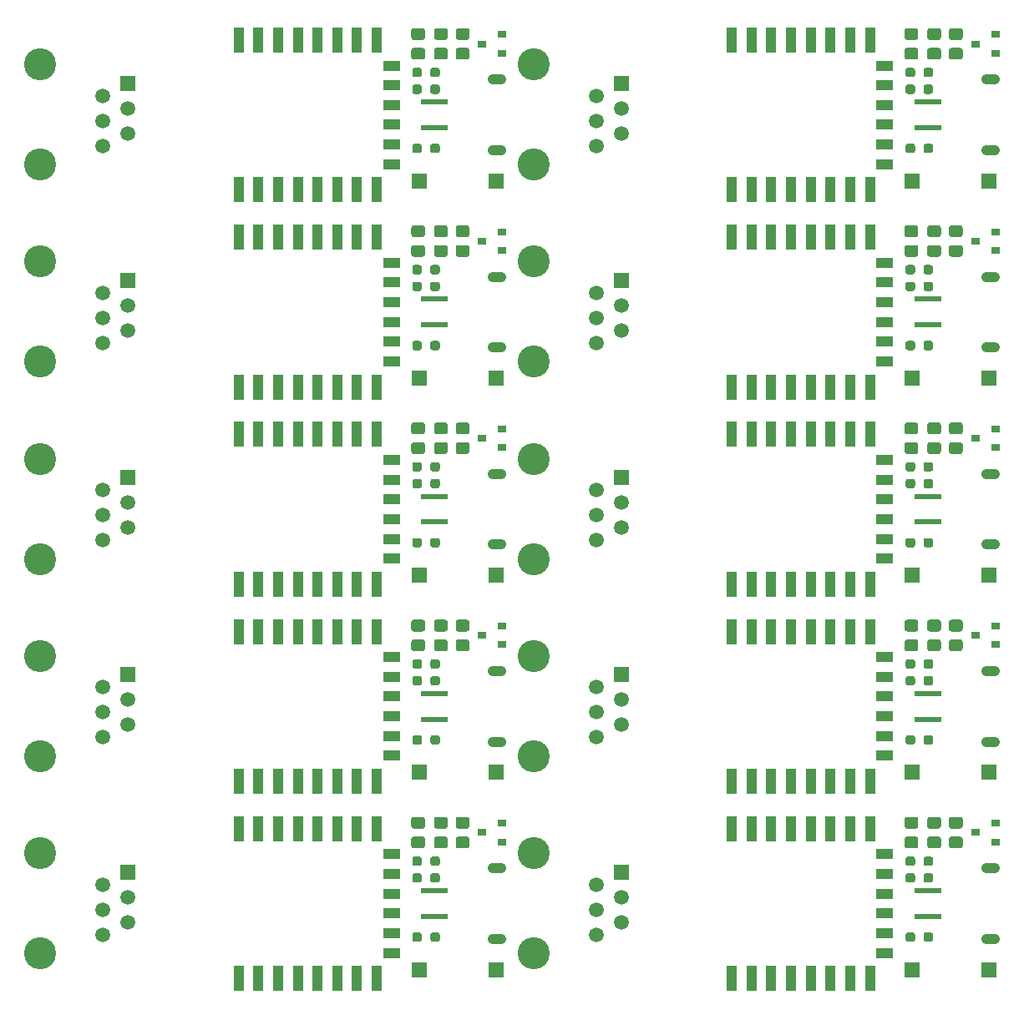
<source format=gbr>
%TF.GenerationSoftware,KiCad,Pcbnew,(5.1.9)-1*%
%TF.CreationDate,2021-12-30T17:23:28+01:00*%
%TF.ProjectId,IM350_AM550_T210_5V_V5.1,494d3335-305f-4414-9d35-35305f543231,rev?*%
%TF.SameCoordinates,Original*%
%TF.FileFunction,Soldermask,Top*%
%TF.FilePolarity,Negative*%
%FSLAX46Y46*%
G04 Gerber Fmt 4.6, Leading zero omitted, Abs format (unit mm)*
G04 Created by KiCad (PCBNEW (5.1.9)-1) date 2021-12-30 17:23:28*
%MOMM*%
%LPD*%
G01*
G04 APERTURE LIST*
%ADD10R,1.520000X1.520000*%
%ADD11C,3.250000*%
%ADD12C,1.520000*%
%ADD13R,0.900000X0.800000*%
%ADD14R,1.000000X2.500000*%
%ADD15R,1.800000X1.000000*%
%ADD16R,1.500000X1.500000*%
%ADD17R,2.800000X0.600000*%
%ADD18O,1.900000X1.050000*%
G04 APERTURE END LIST*
D10*
%TO.C,J2*%
X48400000Y-146800000D03*
D11*
X39510000Y-144890000D03*
D12*
X45860000Y-148070000D03*
X48400000Y-149340000D03*
X45860000Y-150610000D03*
X48400000Y-151880000D03*
X45860000Y-153150000D03*
D11*
X39510000Y-155050000D03*
%TD*%
%TO.C,J2*%
X39510000Y-135050000D03*
D12*
X45860000Y-133150000D03*
X48400000Y-131880000D03*
X45860000Y-130610000D03*
X48400000Y-129340000D03*
X45860000Y-128070000D03*
D11*
X39510000Y-124890000D03*
D10*
X48400000Y-126800000D03*
%TD*%
%TO.C,J2*%
X48400000Y-106800000D03*
D11*
X39510000Y-104890000D03*
D12*
X45860000Y-108070000D03*
X48400000Y-109340000D03*
X45860000Y-110610000D03*
X48400000Y-111880000D03*
X45860000Y-113150000D03*
D11*
X39510000Y-115050000D03*
%TD*%
%TO.C,J2*%
X39510000Y-95050000D03*
D12*
X45860000Y-93150000D03*
X48400000Y-91880000D03*
X45860000Y-90610000D03*
X48400000Y-89340000D03*
X45860000Y-88070000D03*
D11*
X39510000Y-84890000D03*
D10*
X48400000Y-86800000D03*
%TD*%
%TO.C,R1*%
G36*
G01*
X78175000Y-153162500D02*
X78175000Y-153637500D01*
G75*
G02*
X77937500Y-153875000I-237500J0D01*
G01*
X77437500Y-153875000D01*
G75*
G02*
X77200000Y-153637500I0J237500D01*
G01*
X77200000Y-153162500D01*
G75*
G02*
X77437500Y-152925000I237500J0D01*
G01*
X77937500Y-152925000D01*
G75*
G02*
X78175000Y-153162500I0J-237500D01*
G01*
G37*
G36*
G01*
X80000000Y-153162500D02*
X80000000Y-153637500D01*
G75*
G02*
X79762500Y-153875000I-237500J0D01*
G01*
X79262500Y-153875000D01*
G75*
G02*
X79025000Y-153637500I0J237500D01*
G01*
X79025000Y-153162500D01*
G75*
G02*
X79262500Y-152925000I237500J0D01*
G01*
X79762500Y-152925000D01*
G75*
G02*
X80000000Y-153162500I0J-237500D01*
G01*
G37*
%TD*%
%TO.C,R8*%
G36*
G01*
X81849999Y-143200000D02*
X82750001Y-143200000D01*
G75*
G02*
X83000000Y-143449999I0J-249999D01*
G01*
X83000000Y-144150001D01*
G75*
G02*
X82750001Y-144400000I-249999J0D01*
G01*
X81849999Y-144400000D01*
G75*
G02*
X81600000Y-144150001I0J249999D01*
G01*
X81600000Y-143449999D01*
G75*
G02*
X81849999Y-143200000I249999J0D01*
G01*
G37*
G36*
G01*
X81849999Y-141200000D02*
X82750001Y-141200000D01*
G75*
G02*
X83000000Y-141449999I0J-249999D01*
G01*
X83000000Y-142150001D01*
G75*
G02*
X82750001Y-142400000I-249999J0D01*
G01*
X81849999Y-142400000D01*
G75*
G02*
X81600000Y-142150001I0J249999D01*
G01*
X81600000Y-141449999D01*
G75*
G02*
X81849999Y-141200000I249999J0D01*
G01*
G37*
%TD*%
%TO.C,R3*%
G36*
G01*
X78250001Y-144400000D02*
X77349999Y-144400000D01*
G75*
G02*
X77100000Y-144150001I0J249999D01*
G01*
X77100000Y-143449999D01*
G75*
G02*
X77349999Y-143200000I249999J0D01*
G01*
X78250001Y-143200000D01*
G75*
G02*
X78500000Y-143449999I0J-249999D01*
G01*
X78500000Y-144150001D01*
G75*
G02*
X78250001Y-144400000I-249999J0D01*
G01*
G37*
G36*
G01*
X78250001Y-142400000D02*
X77349999Y-142400000D01*
G75*
G02*
X77100000Y-142150001I0J249999D01*
G01*
X77100000Y-141449999D01*
G75*
G02*
X77349999Y-141200000I249999J0D01*
G01*
X78250001Y-141200000D01*
G75*
G02*
X78500000Y-141449999I0J-249999D01*
G01*
X78500000Y-142150001D01*
G75*
G02*
X78250001Y-142400000I-249999J0D01*
G01*
G37*
%TD*%
D13*
%TO.C,Q1*%
X86300000Y-143750000D03*
X86300000Y-141850000D03*
X84300000Y-142800000D03*
%TD*%
D11*
%TO.C,J2*%
X89510000Y-155050000D03*
D12*
X95860000Y-153150000D03*
X98400000Y-151880000D03*
X95860000Y-150610000D03*
X98400000Y-149340000D03*
X95860000Y-148070000D03*
D11*
X89510000Y-144890000D03*
D10*
X98400000Y-146800000D03*
%TD*%
D13*
%TO.C,Q1*%
X134300000Y-142800000D03*
X136300000Y-141850000D03*
X136300000Y-143750000D03*
%TD*%
%TO.C,R3*%
G36*
G01*
X128250001Y-142400000D02*
X127349999Y-142400000D01*
G75*
G02*
X127100000Y-142150001I0J249999D01*
G01*
X127100000Y-141449999D01*
G75*
G02*
X127349999Y-141200000I249999J0D01*
G01*
X128250001Y-141200000D01*
G75*
G02*
X128500000Y-141449999I0J-249999D01*
G01*
X128500000Y-142150001D01*
G75*
G02*
X128250001Y-142400000I-249999J0D01*
G01*
G37*
G36*
G01*
X128250001Y-144400000D02*
X127349999Y-144400000D01*
G75*
G02*
X127100000Y-144150001I0J249999D01*
G01*
X127100000Y-143449999D01*
G75*
G02*
X127349999Y-143200000I249999J0D01*
G01*
X128250001Y-143200000D01*
G75*
G02*
X128500000Y-143449999I0J-249999D01*
G01*
X128500000Y-144150001D01*
G75*
G02*
X128250001Y-144400000I-249999J0D01*
G01*
G37*
%TD*%
D14*
%TO.C,U2*%
X109600000Y-142400000D03*
X111600000Y-142400000D03*
X113600000Y-142400000D03*
X115600000Y-142400000D03*
X117600000Y-142400000D03*
X119600000Y-142400000D03*
X121600000Y-142400000D03*
X123600000Y-142400000D03*
D15*
X125100000Y-145000000D03*
X125100000Y-147000000D03*
X125100000Y-149000000D03*
X125100000Y-151000000D03*
X125100000Y-153000000D03*
X125100000Y-155000000D03*
D14*
X123600000Y-157600000D03*
X121600000Y-157600000D03*
X119600000Y-157600000D03*
X117600000Y-157600000D03*
X115600000Y-157600000D03*
X113600000Y-157600000D03*
X111600000Y-157600000D03*
X109600000Y-157600000D03*
%TD*%
%TO.C,R7*%
G36*
G01*
X127200000Y-147637500D02*
X127200000Y-147162500D01*
G75*
G02*
X127437500Y-146925000I237500J0D01*
G01*
X127937500Y-146925000D01*
G75*
G02*
X128175000Y-147162500I0J-237500D01*
G01*
X128175000Y-147637500D01*
G75*
G02*
X127937500Y-147875000I-237500J0D01*
G01*
X127437500Y-147875000D01*
G75*
G02*
X127200000Y-147637500I0J237500D01*
G01*
G37*
G36*
G01*
X129025000Y-147637500D02*
X129025000Y-147162500D01*
G75*
G02*
X129262500Y-146925000I237500J0D01*
G01*
X129762500Y-146925000D01*
G75*
G02*
X130000000Y-147162500I0J-237500D01*
G01*
X130000000Y-147637500D01*
G75*
G02*
X129762500Y-147875000I-237500J0D01*
G01*
X129262500Y-147875000D01*
G75*
G02*
X129025000Y-147637500I0J237500D01*
G01*
G37*
%TD*%
%TO.C,R9*%
G36*
G01*
X129649999Y-143200000D02*
X130550001Y-143200000D01*
G75*
G02*
X130800000Y-143449999I0J-249999D01*
G01*
X130800000Y-144150001D01*
G75*
G02*
X130550001Y-144400000I-249999J0D01*
G01*
X129649999Y-144400000D01*
G75*
G02*
X129400000Y-144150001I0J249999D01*
G01*
X129400000Y-143449999D01*
G75*
G02*
X129649999Y-143200000I249999J0D01*
G01*
G37*
G36*
G01*
X129649999Y-141200000D02*
X130550001Y-141200000D01*
G75*
G02*
X130800000Y-141449999I0J-249999D01*
G01*
X130800000Y-142150001D01*
G75*
G02*
X130550001Y-142400000I-249999J0D01*
G01*
X129649999Y-142400000D01*
G75*
G02*
X129400000Y-142150001I0J249999D01*
G01*
X129400000Y-141449999D01*
G75*
G02*
X129649999Y-141200000I249999J0D01*
G01*
G37*
%TD*%
%TO.C,R2*%
G36*
G01*
X128175000Y-145462500D02*
X128175000Y-145937500D01*
G75*
G02*
X127937500Y-146175000I-237500J0D01*
G01*
X127437500Y-146175000D01*
G75*
G02*
X127200000Y-145937500I0J237500D01*
G01*
X127200000Y-145462500D01*
G75*
G02*
X127437500Y-145225000I237500J0D01*
G01*
X127937500Y-145225000D01*
G75*
G02*
X128175000Y-145462500I0J-237500D01*
G01*
G37*
G36*
G01*
X130000000Y-145462500D02*
X130000000Y-145937500D01*
G75*
G02*
X129762500Y-146175000I-237500J0D01*
G01*
X129262500Y-146175000D01*
G75*
G02*
X129025000Y-145937500I0J237500D01*
G01*
X129025000Y-145462500D01*
G75*
G02*
X129262500Y-145225000I237500J0D01*
G01*
X129762500Y-145225000D01*
G75*
G02*
X130000000Y-145462500I0J-237500D01*
G01*
G37*
%TD*%
%TO.C,R7*%
G36*
G01*
X79025000Y-147637500D02*
X79025000Y-147162500D01*
G75*
G02*
X79262500Y-146925000I237500J0D01*
G01*
X79762500Y-146925000D01*
G75*
G02*
X80000000Y-147162500I0J-237500D01*
G01*
X80000000Y-147637500D01*
G75*
G02*
X79762500Y-147875000I-237500J0D01*
G01*
X79262500Y-147875000D01*
G75*
G02*
X79025000Y-147637500I0J237500D01*
G01*
G37*
G36*
G01*
X77200000Y-147637500D02*
X77200000Y-147162500D01*
G75*
G02*
X77437500Y-146925000I237500J0D01*
G01*
X77937500Y-146925000D01*
G75*
G02*
X78175000Y-147162500I0J-237500D01*
G01*
X78175000Y-147637500D01*
G75*
G02*
X77937500Y-147875000I-237500J0D01*
G01*
X77437500Y-147875000D01*
G75*
G02*
X77200000Y-147637500I0J237500D01*
G01*
G37*
%TD*%
%TO.C,R2*%
G36*
G01*
X80000000Y-145462500D02*
X80000000Y-145937500D01*
G75*
G02*
X79762500Y-146175000I-237500J0D01*
G01*
X79262500Y-146175000D01*
G75*
G02*
X79025000Y-145937500I0J237500D01*
G01*
X79025000Y-145462500D01*
G75*
G02*
X79262500Y-145225000I237500J0D01*
G01*
X79762500Y-145225000D01*
G75*
G02*
X80000000Y-145462500I0J-237500D01*
G01*
G37*
G36*
G01*
X78175000Y-145462500D02*
X78175000Y-145937500D01*
G75*
G02*
X77937500Y-146175000I-237500J0D01*
G01*
X77437500Y-146175000D01*
G75*
G02*
X77200000Y-145937500I0J237500D01*
G01*
X77200000Y-145462500D01*
G75*
G02*
X77437500Y-145225000I237500J0D01*
G01*
X77937500Y-145225000D01*
G75*
G02*
X78175000Y-145462500I0J-237500D01*
G01*
G37*
%TD*%
%TO.C,U2*%
X59600000Y-157600000D03*
X61600000Y-157600000D03*
X63600000Y-157600000D03*
X65600000Y-157600000D03*
X67600000Y-157600000D03*
X69600000Y-157600000D03*
X71600000Y-157600000D03*
X73600000Y-157600000D03*
D15*
X75100000Y-155000000D03*
X75100000Y-153000000D03*
X75100000Y-151000000D03*
X75100000Y-149000000D03*
X75100000Y-147000000D03*
X75100000Y-145000000D03*
D14*
X73600000Y-142400000D03*
X71600000Y-142400000D03*
X69600000Y-142400000D03*
X67600000Y-142400000D03*
X65600000Y-142400000D03*
X63600000Y-142400000D03*
X61600000Y-142400000D03*
X59600000Y-142400000D03*
%TD*%
%TO.C,R1*%
G36*
G01*
X130000000Y-153162500D02*
X130000000Y-153637500D01*
G75*
G02*
X129762500Y-153875000I-237500J0D01*
G01*
X129262500Y-153875000D01*
G75*
G02*
X129025000Y-153637500I0J237500D01*
G01*
X129025000Y-153162500D01*
G75*
G02*
X129262500Y-152925000I237500J0D01*
G01*
X129762500Y-152925000D01*
G75*
G02*
X130000000Y-153162500I0J-237500D01*
G01*
G37*
G36*
G01*
X128175000Y-153162500D02*
X128175000Y-153637500D01*
G75*
G02*
X127937500Y-153875000I-237500J0D01*
G01*
X127437500Y-153875000D01*
G75*
G02*
X127200000Y-153637500I0J237500D01*
G01*
X127200000Y-153162500D01*
G75*
G02*
X127437500Y-152925000I237500J0D01*
G01*
X127937500Y-152925000D01*
G75*
G02*
X128175000Y-153162500I0J-237500D01*
G01*
G37*
%TD*%
D16*
%TO.C,SW1*%
X127900000Y-156700000D03*
X135700000Y-156700000D03*
%TD*%
D17*
%TO.C,J1*%
X129450000Y-151300000D03*
X129450000Y-148700000D03*
D18*
X135800000Y-153575000D03*
X135800000Y-146425000D03*
%TD*%
%TO.C,R9*%
G36*
G01*
X79649999Y-141200000D02*
X80550001Y-141200000D01*
G75*
G02*
X80800000Y-141449999I0J-249999D01*
G01*
X80800000Y-142150001D01*
G75*
G02*
X80550001Y-142400000I-249999J0D01*
G01*
X79649999Y-142400000D01*
G75*
G02*
X79400000Y-142150001I0J249999D01*
G01*
X79400000Y-141449999D01*
G75*
G02*
X79649999Y-141200000I249999J0D01*
G01*
G37*
G36*
G01*
X79649999Y-143200000D02*
X80550001Y-143200000D01*
G75*
G02*
X80800000Y-143449999I0J-249999D01*
G01*
X80800000Y-144150001D01*
G75*
G02*
X80550001Y-144400000I-249999J0D01*
G01*
X79649999Y-144400000D01*
G75*
G02*
X79400000Y-144150001I0J249999D01*
G01*
X79400000Y-143449999D01*
G75*
G02*
X79649999Y-143200000I249999J0D01*
G01*
G37*
%TD*%
%TO.C,R8*%
G36*
G01*
X131849999Y-141200000D02*
X132750001Y-141200000D01*
G75*
G02*
X133000000Y-141449999I0J-249999D01*
G01*
X133000000Y-142150001D01*
G75*
G02*
X132750001Y-142400000I-249999J0D01*
G01*
X131849999Y-142400000D01*
G75*
G02*
X131600000Y-142150001I0J249999D01*
G01*
X131600000Y-141449999D01*
G75*
G02*
X131849999Y-141200000I249999J0D01*
G01*
G37*
G36*
G01*
X131849999Y-143200000D02*
X132750001Y-143200000D01*
G75*
G02*
X133000000Y-143449999I0J-249999D01*
G01*
X133000000Y-144150001D01*
G75*
G02*
X132750001Y-144400000I-249999J0D01*
G01*
X131849999Y-144400000D01*
G75*
G02*
X131600000Y-144150001I0J249999D01*
G01*
X131600000Y-143449999D01*
G75*
G02*
X131849999Y-143200000I249999J0D01*
G01*
G37*
%TD*%
%TO.C,J1*%
X85800000Y-146425000D03*
X85800000Y-153575000D03*
D17*
X79450000Y-148700000D03*
X79450000Y-151300000D03*
%TD*%
D16*
%TO.C,SW1*%
X85700000Y-156700000D03*
X77900000Y-156700000D03*
%TD*%
D13*
%TO.C,Q1*%
X136300000Y-123750000D03*
X136300000Y-121850000D03*
X134300000Y-122800000D03*
%TD*%
%TO.C,R3*%
G36*
G01*
X128250001Y-124400000D02*
X127349999Y-124400000D01*
G75*
G02*
X127100000Y-124150001I0J249999D01*
G01*
X127100000Y-123449999D01*
G75*
G02*
X127349999Y-123200000I249999J0D01*
G01*
X128250001Y-123200000D01*
G75*
G02*
X128500000Y-123449999I0J-249999D01*
G01*
X128500000Y-124150001D01*
G75*
G02*
X128250001Y-124400000I-249999J0D01*
G01*
G37*
G36*
G01*
X128250001Y-122400000D02*
X127349999Y-122400000D01*
G75*
G02*
X127100000Y-122150001I0J249999D01*
G01*
X127100000Y-121449999D01*
G75*
G02*
X127349999Y-121200000I249999J0D01*
G01*
X128250001Y-121200000D01*
G75*
G02*
X128500000Y-121449999I0J-249999D01*
G01*
X128500000Y-122150001D01*
G75*
G02*
X128250001Y-122400000I-249999J0D01*
G01*
G37*
%TD*%
D10*
%TO.C,J2*%
X98400000Y-126800000D03*
D11*
X89510000Y-124890000D03*
D12*
X95860000Y-128070000D03*
X98400000Y-129340000D03*
X95860000Y-130610000D03*
X98400000Y-131880000D03*
X95860000Y-133150000D03*
D11*
X89510000Y-135050000D03*
%TD*%
%TO.C,R9*%
G36*
G01*
X79649999Y-123200000D02*
X80550001Y-123200000D01*
G75*
G02*
X80800000Y-123449999I0J-249999D01*
G01*
X80800000Y-124150001D01*
G75*
G02*
X80550001Y-124400000I-249999J0D01*
G01*
X79649999Y-124400000D01*
G75*
G02*
X79400000Y-124150001I0J249999D01*
G01*
X79400000Y-123449999D01*
G75*
G02*
X79649999Y-123200000I249999J0D01*
G01*
G37*
G36*
G01*
X79649999Y-121200000D02*
X80550001Y-121200000D01*
G75*
G02*
X80800000Y-121449999I0J-249999D01*
G01*
X80800000Y-122150001D01*
G75*
G02*
X80550001Y-122400000I-249999J0D01*
G01*
X79649999Y-122400000D01*
G75*
G02*
X79400000Y-122150001I0J249999D01*
G01*
X79400000Y-121449999D01*
G75*
G02*
X79649999Y-121200000I249999J0D01*
G01*
G37*
%TD*%
D16*
%TO.C,SW1*%
X135700000Y-136700000D03*
X127900000Y-136700000D03*
%TD*%
%TO.C,R7*%
G36*
G01*
X129025000Y-127637500D02*
X129025000Y-127162500D01*
G75*
G02*
X129262500Y-126925000I237500J0D01*
G01*
X129762500Y-126925000D01*
G75*
G02*
X130000000Y-127162500I0J-237500D01*
G01*
X130000000Y-127637500D01*
G75*
G02*
X129762500Y-127875000I-237500J0D01*
G01*
X129262500Y-127875000D01*
G75*
G02*
X129025000Y-127637500I0J237500D01*
G01*
G37*
G36*
G01*
X127200000Y-127637500D02*
X127200000Y-127162500D01*
G75*
G02*
X127437500Y-126925000I237500J0D01*
G01*
X127937500Y-126925000D01*
G75*
G02*
X128175000Y-127162500I0J-237500D01*
G01*
X128175000Y-127637500D01*
G75*
G02*
X127937500Y-127875000I-237500J0D01*
G01*
X127437500Y-127875000D01*
G75*
G02*
X127200000Y-127637500I0J237500D01*
G01*
G37*
%TD*%
%TO.C,R2*%
G36*
G01*
X130000000Y-125462500D02*
X130000000Y-125937500D01*
G75*
G02*
X129762500Y-126175000I-237500J0D01*
G01*
X129262500Y-126175000D01*
G75*
G02*
X129025000Y-125937500I0J237500D01*
G01*
X129025000Y-125462500D01*
G75*
G02*
X129262500Y-125225000I237500J0D01*
G01*
X129762500Y-125225000D01*
G75*
G02*
X130000000Y-125462500I0J-237500D01*
G01*
G37*
G36*
G01*
X128175000Y-125462500D02*
X128175000Y-125937500D01*
G75*
G02*
X127937500Y-126175000I-237500J0D01*
G01*
X127437500Y-126175000D01*
G75*
G02*
X127200000Y-125937500I0J237500D01*
G01*
X127200000Y-125462500D01*
G75*
G02*
X127437500Y-125225000I237500J0D01*
G01*
X127937500Y-125225000D01*
G75*
G02*
X128175000Y-125462500I0J-237500D01*
G01*
G37*
%TD*%
%TO.C,R1*%
G36*
G01*
X128175000Y-133162500D02*
X128175000Y-133637500D01*
G75*
G02*
X127937500Y-133875000I-237500J0D01*
G01*
X127437500Y-133875000D01*
G75*
G02*
X127200000Y-133637500I0J237500D01*
G01*
X127200000Y-133162500D01*
G75*
G02*
X127437500Y-132925000I237500J0D01*
G01*
X127937500Y-132925000D01*
G75*
G02*
X128175000Y-133162500I0J-237500D01*
G01*
G37*
G36*
G01*
X130000000Y-133162500D02*
X130000000Y-133637500D01*
G75*
G02*
X129762500Y-133875000I-237500J0D01*
G01*
X129262500Y-133875000D01*
G75*
G02*
X129025000Y-133637500I0J237500D01*
G01*
X129025000Y-133162500D01*
G75*
G02*
X129262500Y-132925000I237500J0D01*
G01*
X129762500Y-132925000D01*
G75*
G02*
X130000000Y-133162500I0J-237500D01*
G01*
G37*
%TD*%
D18*
%TO.C,J1*%
X135800000Y-126425000D03*
X135800000Y-133575000D03*
D17*
X129450000Y-128700000D03*
X129450000Y-131300000D03*
%TD*%
%TO.C,R9*%
G36*
G01*
X129649999Y-121200000D02*
X130550001Y-121200000D01*
G75*
G02*
X130800000Y-121449999I0J-249999D01*
G01*
X130800000Y-122150001D01*
G75*
G02*
X130550001Y-122400000I-249999J0D01*
G01*
X129649999Y-122400000D01*
G75*
G02*
X129400000Y-122150001I0J249999D01*
G01*
X129400000Y-121449999D01*
G75*
G02*
X129649999Y-121200000I249999J0D01*
G01*
G37*
G36*
G01*
X129649999Y-123200000D02*
X130550001Y-123200000D01*
G75*
G02*
X130800000Y-123449999I0J-249999D01*
G01*
X130800000Y-124150001D01*
G75*
G02*
X130550001Y-124400000I-249999J0D01*
G01*
X129649999Y-124400000D01*
G75*
G02*
X129400000Y-124150001I0J249999D01*
G01*
X129400000Y-123449999D01*
G75*
G02*
X129649999Y-123200000I249999J0D01*
G01*
G37*
%TD*%
D14*
%TO.C,U2*%
X109600000Y-137600000D03*
X111600000Y-137600000D03*
X113600000Y-137600000D03*
X115600000Y-137600000D03*
X117600000Y-137600000D03*
X119600000Y-137600000D03*
X121600000Y-137600000D03*
X123600000Y-137600000D03*
D15*
X125100000Y-135000000D03*
X125100000Y-133000000D03*
X125100000Y-131000000D03*
X125100000Y-129000000D03*
X125100000Y-127000000D03*
X125100000Y-125000000D03*
D14*
X123600000Y-122400000D03*
X121600000Y-122400000D03*
X119600000Y-122400000D03*
X117600000Y-122400000D03*
X115600000Y-122400000D03*
X113600000Y-122400000D03*
X111600000Y-122400000D03*
X109600000Y-122400000D03*
%TD*%
%TO.C,R8*%
G36*
G01*
X131849999Y-123200000D02*
X132750001Y-123200000D01*
G75*
G02*
X133000000Y-123449999I0J-249999D01*
G01*
X133000000Y-124150001D01*
G75*
G02*
X132750001Y-124400000I-249999J0D01*
G01*
X131849999Y-124400000D01*
G75*
G02*
X131600000Y-124150001I0J249999D01*
G01*
X131600000Y-123449999D01*
G75*
G02*
X131849999Y-123200000I249999J0D01*
G01*
G37*
G36*
G01*
X131849999Y-121200000D02*
X132750001Y-121200000D01*
G75*
G02*
X133000000Y-121449999I0J-249999D01*
G01*
X133000000Y-122150001D01*
G75*
G02*
X132750001Y-122400000I-249999J0D01*
G01*
X131849999Y-122400000D01*
G75*
G02*
X131600000Y-122150001I0J249999D01*
G01*
X131600000Y-121449999D01*
G75*
G02*
X131849999Y-121200000I249999J0D01*
G01*
G37*
%TD*%
%TO.C,R7*%
G36*
G01*
X77200000Y-127637500D02*
X77200000Y-127162500D01*
G75*
G02*
X77437500Y-126925000I237500J0D01*
G01*
X77937500Y-126925000D01*
G75*
G02*
X78175000Y-127162500I0J-237500D01*
G01*
X78175000Y-127637500D01*
G75*
G02*
X77937500Y-127875000I-237500J0D01*
G01*
X77437500Y-127875000D01*
G75*
G02*
X77200000Y-127637500I0J237500D01*
G01*
G37*
G36*
G01*
X79025000Y-127637500D02*
X79025000Y-127162500D01*
G75*
G02*
X79262500Y-126925000I237500J0D01*
G01*
X79762500Y-126925000D01*
G75*
G02*
X80000000Y-127162500I0J-237500D01*
G01*
X80000000Y-127637500D01*
G75*
G02*
X79762500Y-127875000I-237500J0D01*
G01*
X79262500Y-127875000D01*
G75*
G02*
X79025000Y-127637500I0J237500D01*
G01*
G37*
%TD*%
%TO.C,U2*%
X59600000Y-122400000D03*
X61600000Y-122400000D03*
X63600000Y-122400000D03*
X65600000Y-122400000D03*
X67600000Y-122400000D03*
X69600000Y-122400000D03*
X71600000Y-122400000D03*
X73600000Y-122400000D03*
D15*
X75100000Y-125000000D03*
X75100000Y-127000000D03*
X75100000Y-129000000D03*
X75100000Y-131000000D03*
X75100000Y-133000000D03*
X75100000Y-135000000D03*
D14*
X73600000Y-137600000D03*
X71600000Y-137600000D03*
X69600000Y-137600000D03*
X67600000Y-137600000D03*
X65600000Y-137600000D03*
X63600000Y-137600000D03*
X61600000Y-137600000D03*
X59600000Y-137600000D03*
%TD*%
%TO.C,R2*%
G36*
G01*
X78175000Y-125462500D02*
X78175000Y-125937500D01*
G75*
G02*
X77937500Y-126175000I-237500J0D01*
G01*
X77437500Y-126175000D01*
G75*
G02*
X77200000Y-125937500I0J237500D01*
G01*
X77200000Y-125462500D01*
G75*
G02*
X77437500Y-125225000I237500J0D01*
G01*
X77937500Y-125225000D01*
G75*
G02*
X78175000Y-125462500I0J-237500D01*
G01*
G37*
G36*
G01*
X80000000Y-125462500D02*
X80000000Y-125937500D01*
G75*
G02*
X79762500Y-126175000I-237500J0D01*
G01*
X79262500Y-126175000D01*
G75*
G02*
X79025000Y-125937500I0J237500D01*
G01*
X79025000Y-125462500D01*
G75*
G02*
X79262500Y-125225000I237500J0D01*
G01*
X79762500Y-125225000D01*
G75*
G02*
X80000000Y-125462500I0J-237500D01*
G01*
G37*
%TD*%
D16*
%TO.C,SW1*%
X77900000Y-136700000D03*
X85700000Y-136700000D03*
%TD*%
D17*
%TO.C,J1*%
X79450000Y-131300000D03*
X79450000Y-128700000D03*
D18*
X85800000Y-133575000D03*
X85800000Y-126425000D03*
%TD*%
%TO.C,R8*%
G36*
G01*
X81849999Y-121200000D02*
X82750001Y-121200000D01*
G75*
G02*
X83000000Y-121449999I0J-249999D01*
G01*
X83000000Y-122150001D01*
G75*
G02*
X82750001Y-122400000I-249999J0D01*
G01*
X81849999Y-122400000D01*
G75*
G02*
X81600000Y-122150001I0J249999D01*
G01*
X81600000Y-121449999D01*
G75*
G02*
X81849999Y-121200000I249999J0D01*
G01*
G37*
G36*
G01*
X81849999Y-123200000D02*
X82750001Y-123200000D01*
G75*
G02*
X83000000Y-123449999I0J-249999D01*
G01*
X83000000Y-124150001D01*
G75*
G02*
X82750001Y-124400000I-249999J0D01*
G01*
X81849999Y-124400000D01*
G75*
G02*
X81600000Y-124150001I0J249999D01*
G01*
X81600000Y-123449999D01*
G75*
G02*
X81849999Y-123200000I249999J0D01*
G01*
G37*
%TD*%
%TO.C,R1*%
G36*
G01*
X80000000Y-133162500D02*
X80000000Y-133637500D01*
G75*
G02*
X79762500Y-133875000I-237500J0D01*
G01*
X79262500Y-133875000D01*
G75*
G02*
X79025000Y-133637500I0J237500D01*
G01*
X79025000Y-133162500D01*
G75*
G02*
X79262500Y-132925000I237500J0D01*
G01*
X79762500Y-132925000D01*
G75*
G02*
X80000000Y-133162500I0J-237500D01*
G01*
G37*
G36*
G01*
X78175000Y-133162500D02*
X78175000Y-133637500D01*
G75*
G02*
X77937500Y-133875000I-237500J0D01*
G01*
X77437500Y-133875000D01*
G75*
G02*
X77200000Y-133637500I0J237500D01*
G01*
X77200000Y-133162500D01*
G75*
G02*
X77437500Y-132925000I237500J0D01*
G01*
X77937500Y-132925000D01*
G75*
G02*
X78175000Y-133162500I0J-237500D01*
G01*
G37*
%TD*%
%TO.C,R3*%
G36*
G01*
X78250001Y-122400000D02*
X77349999Y-122400000D01*
G75*
G02*
X77100000Y-122150001I0J249999D01*
G01*
X77100000Y-121449999D01*
G75*
G02*
X77349999Y-121200000I249999J0D01*
G01*
X78250001Y-121200000D01*
G75*
G02*
X78500000Y-121449999I0J-249999D01*
G01*
X78500000Y-122150001D01*
G75*
G02*
X78250001Y-122400000I-249999J0D01*
G01*
G37*
G36*
G01*
X78250001Y-124400000D02*
X77349999Y-124400000D01*
G75*
G02*
X77100000Y-124150001I0J249999D01*
G01*
X77100000Y-123449999D01*
G75*
G02*
X77349999Y-123200000I249999J0D01*
G01*
X78250001Y-123200000D01*
G75*
G02*
X78500000Y-123449999I0J-249999D01*
G01*
X78500000Y-124150001D01*
G75*
G02*
X78250001Y-124400000I-249999J0D01*
G01*
G37*
%TD*%
D13*
%TO.C,Q1*%
X84300000Y-122800000D03*
X86300000Y-121850000D03*
X86300000Y-123750000D03*
%TD*%
%TO.C,R2*%
G36*
G01*
X80000000Y-105462500D02*
X80000000Y-105937500D01*
G75*
G02*
X79762500Y-106175000I-237500J0D01*
G01*
X79262500Y-106175000D01*
G75*
G02*
X79025000Y-105937500I0J237500D01*
G01*
X79025000Y-105462500D01*
G75*
G02*
X79262500Y-105225000I237500J0D01*
G01*
X79762500Y-105225000D01*
G75*
G02*
X80000000Y-105462500I0J-237500D01*
G01*
G37*
G36*
G01*
X78175000Y-105462500D02*
X78175000Y-105937500D01*
G75*
G02*
X77937500Y-106175000I-237500J0D01*
G01*
X77437500Y-106175000D01*
G75*
G02*
X77200000Y-105937500I0J237500D01*
G01*
X77200000Y-105462500D01*
G75*
G02*
X77437500Y-105225000I237500J0D01*
G01*
X77937500Y-105225000D01*
G75*
G02*
X78175000Y-105462500I0J-237500D01*
G01*
G37*
%TD*%
D16*
%TO.C,SW1*%
X85700000Y-116700000D03*
X77900000Y-116700000D03*
%TD*%
D18*
%TO.C,J1*%
X85800000Y-106425000D03*
X85800000Y-113575000D03*
D17*
X79450000Y-108700000D03*
X79450000Y-111300000D03*
%TD*%
%TO.C,R8*%
G36*
G01*
X81849999Y-103200000D02*
X82750001Y-103200000D01*
G75*
G02*
X83000000Y-103449999I0J-249999D01*
G01*
X83000000Y-104150001D01*
G75*
G02*
X82750001Y-104400000I-249999J0D01*
G01*
X81849999Y-104400000D01*
G75*
G02*
X81600000Y-104150001I0J249999D01*
G01*
X81600000Y-103449999D01*
G75*
G02*
X81849999Y-103200000I249999J0D01*
G01*
G37*
G36*
G01*
X81849999Y-101200000D02*
X82750001Y-101200000D01*
G75*
G02*
X83000000Y-101449999I0J-249999D01*
G01*
X83000000Y-102150001D01*
G75*
G02*
X82750001Y-102400000I-249999J0D01*
G01*
X81849999Y-102400000D01*
G75*
G02*
X81600000Y-102150001I0J249999D01*
G01*
X81600000Y-101449999D01*
G75*
G02*
X81849999Y-101200000I249999J0D01*
G01*
G37*
%TD*%
%TO.C,R7*%
G36*
G01*
X79025000Y-107637500D02*
X79025000Y-107162500D01*
G75*
G02*
X79262500Y-106925000I237500J0D01*
G01*
X79762500Y-106925000D01*
G75*
G02*
X80000000Y-107162500I0J-237500D01*
G01*
X80000000Y-107637500D01*
G75*
G02*
X79762500Y-107875000I-237500J0D01*
G01*
X79262500Y-107875000D01*
G75*
G02*
X79025000Y-107637500I0J237500D01*
G01*
G37*
G36*
G01*
X77200000Y-107637500D02*
X77200000Y-107162500D01*
G75*
G02*
X77437500Y-106925000I237500J0D01*
G01*
X77937500Y-106925000D01*
G75*
G02*
X78175000Y-107162500I0J-237500D01*
G01*
X78175000Y-107637500D01*
G75*
G02*
X77937500Y-107875000I-237500J0D01*
G01*
X77437500Y-107875000D01*
G75*
G02*
X77200000Y-107637500I0J237500D01*
G01*
G37*
%TD*%
D14*
%TO.C,U2*%
X59600000Y-117600000D03*
X61600000Y-117600000D03*
X63600000Y-117600000D03*
X65600000Y-117600000D03*
X67600000Y-117600000D03*
X69600000Y-117600000D03*
X71600000Y-117600000D03*
X73600000Y-117600000D03*
D15*
X75100000Y-115000000D03*
X75100000Y-113000000D03*
X75100000Y-111000000D03*
X75100000Y-109000000D03*
X75100000Y-107000000D03*
X75100000Y-105000000D03*
D14*
X73600000Y-102400000D03*
X71600000Y-102400000D03*
X69600000Y-102400000D03*
X67600000Y-102400000D03*
X65600000Y-102400000D03*
X63600000Y-102400000D03*
X61600000Y-102400000D03*
X59600000Y-102400000D03*
%TD*%
%TO.C,R1*%
G36*
G01*
X78175000Y-113162500D02*
X78175000Y-113637500D01*
G75*
G02*
X77937500Y-113875000I-237500J0D01*
G01*
X77437500Y-113875000D01*
G75*
G02*
X77200000Y-113637500I0J237500D01*
G01*
X77200000Y-113162500D01*
G75*
G02*
X77437500Y-112925000I237500J0D01*
G01*
X77937500Y-112925000D01*
G75*
G02*
X78175000Y-113162500I0J-237500D01*
G01*
G37*
G36*
G01*
X80000000Y-113162500D02*
X80000000Y-113637500D01*
G75*
G02*
X79762500Y-113875000I-237500J0D01*
G01*
X79262500Y-113875000D01*
G75*
G02*
X79025000Y-113637500I0J237500D01*
G01*
X79025000Y-113162500D01*
G75*
G02*
X79262500Y-112925000I237500J0D01*
G01*
X79762500Y-112925000D01*
G75*
G02*
X80000000Y-113162500I0J-237500D01*
G01*
G37*
%TD*%
%TO.C,R3*%
G36*
G01*
X78250001Y-104400000D02*
X77349999Y-104400000D01*
G75*
G02*
X77100000Y-104150001I0J249999D01*
G01*
X77100000Y-103449999D01*
G75*
G02*
X77349999Y-103200000I249999J0D01*
G01*
X78250001Y-103200000D01*
G75*
G02*
X78500000Y-103449999I0J-249999D01*
G01*
X78500000Y-104150001D01*
G75*
G02*
X78250001Y-104400000I-249999J0D01*
G01*
G37*
G36*
G01*
X78250001Y-102400000D02*
X77349999Y-102400000D01*
G75*
G02*
X77100000Y-102150001I0J249999D01*
G01*
X77100000Y-101449999D01*
G75*
G02*
X77349999Y-101200000I249999J0D01*
G01*
X78250001Y-101200000D01*
G75*
G02*
X78500000Y-101449999I0J-249999D01*
G01*
X78500000Y-102150001D01*
G75*
G02*
X78250001Y-102400000I-249999J0D01*
G01*
G37*
%TD*%
D13*
%TO.C,Q1*%
X86300000Y-103750000D03*
X86300000Y-101850000D03*
X84300000Y-102800000D03*
%TD*%
%TO.C,R9*%
G36*
G01*
X79649999Y-101200000D02*
X80550001Y-101200000D01*
G75*
G02*
X80800000Y-101449999I0J-249999D01*
G01*
X80800000Y-102150001D01*
G75*
G02*
X80550001Y-102400000I-249999J0D01*
G01*
X79649999Y-102400000D01*
G75*
G02*
X79400000Y-102150001I0J249999D01*
G01*
X79400000Y-101449999D01*
G75*
G02*
X79649999Y-101200000I249999J0D01*
G01*
G37*
G36*
G01*
X79649999Y-103200000D02*
X80550001Y-103200000D01*
G75*
G02*
X80800000Y-103449999I0J-249999D01*
G01*
X80800000Y-104150001D01*
G75*
G02*
X80550001Y-104400000I-249999J0D01*
G01*
X79649999Y-104400000D01*
G75*
G02*
X79400000Y-104150001I0J249999D01*
G01*
X79400000Y-103449999D01*
G75*
G02*
X79649999Y-103200000I249999J0D01*
G01*
G37*
%TD*%
%TO.C,R3*%
G36*
G01*
X128250001Y-102400000D02*
X127349999Y-102400000D01*
G75*
G02*
X127100000Y-102150001I0J249999D01*
G01*
X127100000Y-101449999D01*
G75*
G02*
X127349999Y-101200000I249999J0D01*
G01*
X128250001Y-101200000D01*
G75*
G02*
X128500000Y-101449999I0J-249999D01*
G01*
X128500000Y-102150001D01*
G75*
G02*
X128250001Y-102400000I-249999J0D01*
G01*
G37*
G36*
G01*
X128250001Y-104400000D02*
X127349999Y-104400000D01*
G75*
G02*
X127100000Y-104150001I0J249999D01*
G01*
X127100000Y-103449999D01*
G75*
G02*
X127349999Y-103200000I249999J0D01*
G01*
X128250001Y-103200000D01*
G75*
G02*
X128500000Y-103449999I0J-249999D01*
G01*
X128500000Y-104150001D01*
G75*
G02*
X128250001Y-104400000I-249999J0D01*
G01*
G37*
%TD*%
%TO.C,Q1*%
X134300000Y-102800000D03*
X136300000Y-101850000D03*
X136300000Y-103750000D03*
%TD*%
D11*
%TO.C,J2*%
X89510000Y-115050000D03*
D12*
X95860000Y-113150000D03*
X98400000Y-111880000D03*
X95860000Y-110610000D03*
X98400000Y-109340000D03*
X95860000Y-108070000D03*
D11*
X89510000Y-104890000D03*
D10*
X98400000Y-106800000D03*
%TD*%
D16*
%TO.C,SW1*%
X127900000Y-116700000D03*
X135700000Y-116700000D03*
%TD*%
%TO.C,R2*%
G36*
G01*
X128175000Y-105462500D02*
X128175000Y-105937500D01*
G75*
G02*
X127937500Y-106175000I-237500J0D01*
G01*
X127437500Y-106175000D01*
G75*
G02*
X127200000Y-105937500I0J237500D01*
G01*
X127200000Y-105462500D01*
G75*
G02*
X127437500Y-105225000I237500J0D01*
G01*
X127937500Y-105225000D01*
G75*
G02*
X128175000Y-105462500I0J-237500D01*
G01*
G37*
G36*
G01*
X130000000Y-105462500D02*
X130000000Y-105937500D01*
G75*
G02*
X129762500Y-106175000I-237500J0D01*
G01*
X129262500Y-106175000D01*
G75*
G02*
X129025000Y-105937500I0J237500D01*
G01*
X129025000Y-105462500D01*
G75*
G02*
X129262500Y-105225000I237500J0D01*
G01*
X129762500Y-105225000D01*
G75*
G02*
X130000000Y-105462500I0J-237500D01*
G01*
G37*
%TD*%
%TO.C,R1*%
G36*
G01*
X130000000Y-113162500D02*
X130000000Y-113637500D01*
G75*
G02*
X129762500Y-113875000I-237500J0D01*
G01*
X129262500Y-113875000D01*
G75*
G02*
X129025000Y-113637500I0J237500D01*
G01*
X129025000Y-113162500D01*
G75*
G02*
X129262500Y-112925000I237500J0D01*
G01*
X129762500Y-112925000D01*
G75*
G02*
X130000000Y-113162500I0J-237500D01*
G01*
G37*
G36*
G01*
X128175000Y-113162500D02*
X128175000Y-113637500D01*
G75*
G02*
X127937500Y-113875000I-237500J0D01*
G01*
X127437500Y-113875000D01*
G75*
G02*
X127200000Y-113637500I0J237500D01*
G01*
X127200000Y-113162500D01*
G75*
G02*
X127437500Y-112925000I237500J0D01*
G01*
X127937500Y-112925000D01*
G75*
G02*
X128175000Y-113162500I0J-237500D01*
G01*
G37*
%TD*%
D17*
%TO.C,J1*%
X129450000Y-111300000D03*
X129450000Y-108700000D03*
D18*
X135800000Y-113575000D03*
X135800000Y-106425000D03*
%TD*%
%TO.C,R7*%
G36*
G01*
X127200000Y-107637500D02*
X127200000Y-107162500D01*
G75*
G02*
X127437500Y-106925000I237500J0D01*
G01*
X127937500Y-106925000D01*
G75*
G02*
X128175000Y-107162500I0J-237500D01*
G01*
X128175000Y-107637500D01*
G75*
G02*
X127937500Y-107875000I-237500J0D01*
G01*
X127437500Y-107875000D01*
G75*
G02*
X127200000Y-107637500I0J237500D01*
G01*
G37*
G36*
G01*
X129025000Y-107637500D02*
X129025000Y-107162500D01*
G75*
G02*
X129262500Y-106925000I237500J0D01*
G01*
X129762500Y-106925000D01*
G75*
G02*
X130000000Y-107162500I0J-237500D01*
G01*
X130000000Y-107637500D01*
G75*
G02*
X129762500Y-107875000I-237500J0D01*
G01*
X129262500Y-107875000D01*
G75*
G02*
X129025000Y-107637500I0J237500D01*
G01*
G37*
%TD*%
D14*
%TO.C,U2*%
X109600000Y-102400000D03*
X111600000Y-102400000D03*
X113600000Y-102400000D03*
X115600000Y-102400000D03*
X117600000Y-102400000D03*
X119600000Y-102400000D03*
X121600000Y-102400000D03*
X123600000Y-102400000D03*
D15*
X125100000Y-105000000D03*
X125100000Y-107000000D03*
X125100000Y-109000000D03*
X125100000Y-111000000D03*
X125100000Y-113000000D03*
X125100000Y-115000000D03*
D14*
X123600000Y-117600000D03*
X121600000Y-117600000D03*
X119600000Y-117600000D03*
X117600000Y-117600000D03*
X115600000Y-117600000D03*
X113600000Y-117600000D03*
X111600000Y-117600000D03*
X109600000Y-117600000D03*
%TD*%
%TO.C,R9*%
G36*
G01*
X129649999Y-103200000D02*
X130550001Y-103200000D01*
G75*
G02*
X130800000Y-103449999I0J-249999D01*
G01*
X130800000Y-104150001D01*
G75*
G02*
X130550001Y-104400000I-249999J0D01*
G01*
X129649999Y-104400000D01*
G75*
G02*
X129400000Y-104150001I0J249999D01*
G01*
X129400000Y-103449999D01*
G75*
G02*
X129649999Y-103200000I249999J0D01*
G01*
G37*
G36*
G01*
X129649999Y-101200000D02*
X130550001Y-101200000D01*
G75*
G02*
X130800000Y-101449999I0J-249999D01*
G01*
X130800000Y-102150001D01*
G75*
G02*
X130550001Y-102400000I-249999J0D01*
G01*
X129649999Y-102400000D01*
G75*
G02*
X129400000Y-102150001I0J249999D01*
G01*
X129400000Y-101449999D01*
G75*
G02*
X129649999Y-101200000I249999J0D01*
G01*
G37*
%TD*%
%TO.C,R8*%
G36*
G01*
X131849999Y-101200000D02*
X132750001Y-101200000D01*
G75*
G02*
X133000000Y-101449999I0J-249999D01*
G01*
X133000000Y-102150001D01*
G75*
G02*
X132750001Y-102400000I-249999J0D01*
G01*
X131849999Y-102400000D01*
G75*
G02*
X131600000Y-102150001I0J249999D01*
G01*
X131600000Y-101449999D01*
G75*
G02*
X131849999Y-101200000I249999J0D01*
G01*
G37*
G36*
G01*
X131849999Y-103200000D02*
X132750001Y-103200000D01*
G75*
G02*
X133000000Y-103449999I0J-249999D01*
G01*
X133000000Y-104150001D01*
G75*
G02*
X132750001Y-104400000I-249999J0D01*
G01*
X131849999Y-104400000D01*
G75*
G02*
X131600000Y-104150001I0J249999D01*
G01*
X131600000Y-103449999D01*
G75*
G02*
X131849999Y-103200000I249999J0D01*
G01*
G37*
%TD*%
%TO.C,U2*%
X59600000Y-82400000D03*
X61600000Y-82400000D03*
X63600000Y-82400000D03*
X65600000Y-82400000D03*
X67600000Y-82400000D03*
X69600000Y-82400000D03*
X71600000Y-82400000D03*
X73600000Y-82400000D03*
D15*
X75100000Y-85000000D03*
X75100000Y-87000000D03*
X75100000Y-89000000D03*
X75100000Y-91000000D03*
X75100000Y-93000000D03*
X75100000Y-95000000D03*
D14*
X73600000Y-97600000D03*
X71600000Y-97600000D03*
X69600000Y-97600000D03*
X67600000Y-97600000D03*
X65600000Y-97600000D03*
X63600000Y-97600000D03*
X61600000Y-97600000D03*
X59600000Y-97600000D03*
%TD*%
D16*
%TO.C,SW1*%
X77900000Y-96700000D03*
X85700000Y-96700000D03*
%TD*%
%TO.C,R2*%
G36*
G01*
X78175000Y-85462500D02*
X78175000Y-85937500D01*
G75*
G02*
X77937500Y-86175000I-237500J0D01*
G01*
X77437500Y-86175000D01*
G75*
G02*
X77200000Y-85937500I0J237500D01*
G01*
X77200000Y-85462500D01*
G75*
G02*
X77437500Y-85225000I237500J0D01*
G01*
X77937500Y-85225000D01*
G75*
G02*
X78175000Y-85462500I0J-237500D01*
G01*
G37*
G36*
G01*
X80000000Y-85462500D02*
X80000000Y-85937500D01*
G75*
G02*
X79762500Y-86175000I-237500J0D01*
G01*
X79262500Y-86175000D01*
G75*
G02*
X79025000Y-85937500I0J237500D01*
G01*
X79025000Y-85462500D01*
G75*
G02*
X79262500Y-85225000I237500J0D01*
G01*
X79762500Y-85225000D01*
G75*
G02*
X80000000Y-85462500I0J-237500D01*
G01*
G37*
%TD*%
D17*
%TO.C,J1*%
X79450000Y-91300000D03*
X79450000Y-88700000D03*
D18*
X85800000Y-93575000D03*
X85800000Y-86425000D03*
%TD*%
D13*
%TO.C,Q1*%
X84300000Y-82800000D03*
X86300000Y-81850000D03*
X86300000Y-83750000D03*
%TD*%
%TO.C,R1*%
G36*
G01*
X80000000Y-93162500D02*
X80000000Y-93637500D01*
G75*
G02*
X79762500Y-93875000I-237500J0D01*
G01*
X79262500Y-93875000D01*
G75*
G02*
X79025000Y-93637500I0J237500D01*
G01*
X79025000Y-93162500D01*
G75*
G02*
X79262500Y-92925000I237500J0D01*
G01*
X79762500Y-92925000D01*
G75*
G02*
X80000000Y-93162500I0J-237500D01*
G01*
G37*
G36*
G01*
X78175000Y-93162500D02*
X78175000Y-93637500D01*
G75*
G02*
X77937500Y-93875000I-237500J0D01*
G01*
X77437500Y-93875000D01*
G75*
G02*
X77200000Y-93637500I0J237500D01*
G01*
X77200000Y-93162500D01*
G75*
G02*
X77437500Y-92925000I237500J0D01*
G01*
X77937500Y-92925000D01*
G75*
G02*
X78175000Y-93162500I0J-237500D01*
G01*
G37*
%TD*%
%TO.C,R8*%
G36*
G01*
X81849999Y-81200000D02*
X82750001Y-81200000D01*
G75*
G02*
X83000000Y-81449999I0J-249999D01*
G01*
X83000000Y-82150001D01*
G75*
G02*
X82750001Y-82400000I-249999J0D01*
G01*
X81849999Y-82400000D01*
G75*
G02*
X81600000Y-82150001I0J249999D01*
G01*
X81600000Y-81449999D01*
G75*
G02*
X81849999Y-81200000I249999J0D01*
G01*
G37*
G36*
G01*
X81849999Y-83200000D02*
X82750001Y-83200000D01*
G75*
G02*
X83000000Y-83449999I0J-249999D01*
G01*
X83000000Y-84150001D01*
G75*
G02*
X82750001Y-84400000I-249999J0D01*
G01*
X81849999Y-84400000D01*
G75*
G02*
X81600000Y-84150001I0J249999D01*
G01*
X81600000Y-83449999D01*
G75*
G02*
X81849999Y-83200000I249999J0D01*
G01*
G37*
%TD*%
%TO.C,R3*%
G36*
G01*
X78250001Y-82400000D02*
X77349999Y-82400000D01*
G75*
G02*
X77100000Y-82150001I0J249999D01*
G01*
X77100000Y-81449999D01*
G75*
G02*
X77349999Y-81200000I249999J0D01*
G01*
X78250001Y-81200000D01*
G75*
G02*
X78500000Y-81449999I0J-249999D01*
G01*
X78500000Y-82150001D01*
G75*
G02*
X78250001Y-82400000I-249999J0D01*
G01*
G37*
G36*
G01*
X78250001Y-84400000D02*
X77349999Y-84400000D01*
G75*
G02*
X77100000Y-84150001I0J249999D01*
G01*
X77100000Y-83449999D01*
G75*
G02*
X77349999Y-83200000I249999J0D01*
G01*
X78250001Y-83200000D01*
G75*
G02*
X78500000Y-83449999I0J-249999D01*
G01*
X78500000Y-84150001D01*
G75*
G02*
X78250001Y-84400000I-249999J0D01*
G01*
G37*
%TD*%
%TO.C,R7*%
G36*
G01*
X77200000Y-87637500D02*
X77200000Y-87162500D01*
G75*
G02*
X77437500Y-86925000I237500J0D01*
G01*
X77937500Y-86925000D01*
G75*
G02*
X78175000Y-87162500I0J-237500D01*
G01*
X78175000Y-87637500D01*
G75*
G02*
X77937500Y-87875000I-237500J0D01*
G01*
X77437500Y-87875000D01*
G75*
G02*
X77200000Y-87637500I0J237500D01*
G01*
G37*
G36*
G01*
X79025000Y-87637500D02*
X79025000Y-87162500D01*
G75*
G02*
X79262500Y-86925000I237500J0D01*
G01*
X79762500Y-86925000D01*
G75*
G02*
X80000000Y-87162500I0J-237500D01*
G01*
X80000000Y-87637500D01*
G75*
G02*
X79762500Y-87875000I-237500J0D01*
G01*
X79262500Y-87875000D01*
G75*
G02*
X79025000Y-87637500I0J237500D01*
G01*
G37*
%TD*%
%TO.C,R9*%
G36*
G01*
X79649999Y-83200000D02*
X80550001Y-83200000D01*
G75*
G02*
X80800000Y-83449999I0J-249999D01*
G01*
X80800000Y-84150001D01*
G75*
G02*
X80550001Y-84400000I-249999J0D01*
G01*
X79649999Y-84400000D01*
G75*
G02*
X79400000Y-84150001I0J249999D01*
G01*
X79400000Y-83449999D01*
G75*
G02*
X79649999Y-83200000I249999J0D01*
G01*
G37*
G36*
G01*
X79649999Y-81200000D02*
X80550001Y-81200000D01*
G75*
G02*
X80800000Y-81449999I0J-249999D01*
G01*
X80800000Y-82150001D01*
G75*
G02*
X80550001Y-82400000I-249999J0D01*
G01*
X79649999Y-82400000D01*
G75*
G02*
X79400000Y-82150001I0J249999D01*
G01*
X79400000Y-81449999D01*
G75*
G02*
X79649999Y-81200000I249999J0D01*
G01*
G37*
%TD*%
%TO.C,R3*%
G36*
G01*
X128250001Y-84400000D02*
X127349999Y-84400000D01*
G75*
G02*
X127100000Y-84150001I0J249999D01*
G01*
X127100000Y-83449999D01*
G75*
G02*
X127349999Y-83200000I249999J0D01*
G01*
X128250001Y-83200000D01*
G75*
G02*
X128500000Y-83449999I0J-249999D01*
G01*
X128500000Y-84150001D01*
G75*
G02*
X128250001Y-84400000I-249999J0D01*
G01*
G37*
G36*
G01*
X128250001Y-82400000D02*
X127349999Y-82400000D01*
G75*
G02*
X127100000Y-82150001I0J249999D01*
G01*
X127100000Y-81449999D01*
G75*
G02*
X127349999Y-81200000I249999J0D01*
G01*
X128250001Y-81200000D01*
G75*
G02*
X128500000Y-81449999I0J-249999D01*
G01*
X128500000Y-82150001D01*
G75*
G02*
X128250001Y-82400000I-249999J0D01*
G01*
G37*
%TD*%
D16*
%TO.C,SW1*%
X135700000Y-96700000D03*
X127900000Y-96700000D03*
%TD*%
%TO.C,R2*%
G36*
G01*
X130000000Y-85462500D02*
X130000000Y-85937500D01*
G75*
G02*
X129762500Y-86175000I-237500J0D01*
G01*
X129262500Y-86175000D01*
G75*
G02*
X129025000Y-85937500I0J237500D01*
G01*
X129025000Y-85462500D01*
G75*
G02*
X129262500Y-85225000I237500J0D01*
G01*
X129762500Y-85225000D01*
G75*
G02*
X130000000Y-85462500I0J-237500D01*
G01*
G37*
G36*
G01*
X128175000Y-85462500D02*
X128175000Y-85937500D01*
G75*
G02*
X127937500Y-86175000I-237500J0D01*
G01*
X127437500Y-86175000D01*
G75*
G02*
X127200000Y-85937500I0J237500D01*
G01*
X127200000Y-85462500D01*
G75*
G02*
X127437500Y-85225000I237500J0D01*
G01*
X127937500Y-85225000D01*
G75*
G02*
X128175000Y-85462500I0J-237500D01*
G01*
G37*
%TD*%
%TO.C,R1*%
G36*
G01*
X128175000Y-93162500D02*
X128175000Y-93637500D01*
G75*
G02*
X127937500Y-93875000I-237500J0D01*
G01*
X127437500Y-93875000D01*
G75*
G02*
X127200000Y-93637500I0J237500D01*
G01*
X127200000Y-93162500D01*
G75*
G02*
X127437500Y-92925000I237500J0D01*
G01*
X127937500Y-92925000D01*
G75*
G02*
X128175000Y-93162500I0J-237500D01*
G01*
G37*
G36*
G01*
X130000000Y-93162500D02*
X130000000Y-93637500D01*
G75*
G02*
X129762500Y-93875000I-237500J0D01*
G01*
X129262500Y-93875000D01*
G75*
G02*
X129025000Y-93637500I0J237500D01*
G01*
X129025000Y-93162500D01*
G75*
G02*
X129262500Y-92925000I237500J0D01*
G01*
X129762500Y-92925000D01*
G75*
G02*
X130000000Y-93162500I0J-237500D01*
G01*
G37*
%TD*%
D10*
%TO.C,J2*%
X98400000Y-86800000D03*
D11*
X89510000Y-84890000D03*
D12*
X95860000Y-88070000D03*
X98400000Y-89340000D03*
X95860000Y-90610000D03*
X98400000Y-91880000D03*
X95860000Y-93150000D03*
D11*
X89510000Y-95050000D03*
%TD*%
%TO.C,R7*%
G36*
G01*
X129025000Y-87637500D02*
X129025000Y-87162500D01*
G75*
G02*
X129262500Y-86925000I237500J0D01*
G01*
X129762500Y-86925000D01*
G75*
G02*
X130000000Y-87162500I0J-237500D01*
G01*
X130000000Y-87637500D01*
G75*
G02*
X129762500Y-87875000I-237500J0D01*
G01*
X129262500Y-87875000D01*
G75*
G02*
X129025000Y-87637500I0J237500D01*
G01*
G37*
G36*
G01*
X127200000Y-87637500D02*
X127200000Y-87162500D01*
G75*
G02*
X127437500Y-86925000I237500J0D01*
G01*
X127937500Y-86925000D01*
G75*
G02*
X128175000Y-87162500I0J-237500D01*
G01*
X128175000Y-87637500D01*
G75*
G02*
X127937500Y-87875000I-237500J0D01*
G01*
X127437500Y-87875000D01*
G75*
G02*
X127200000Y-87637500I0J237500D01*
G01*
G37*
%TD*%
D18*
%TO.C,J1*%
X135800000Y-86425000D03*
X135800000Y-93575000D03*
D17*
X129450000Y-88700000D03*
X129450000Y-91300000D03*
%TD*%
D13*
%TO.C,Q1*%
X136300000Y-83750000D03*
X136300000Y-81850000D03*
X134300000Y-82800000D03*
%TD*%
D14*
%TO.C,U2*%
X109600000Y-97600000D03*
X111600000Y-97600000D03*
X113600000Y-97600000D03*
X115600000Y-97600000D03*
X117600000Y-97600000D03*
X119600000Y-97600000D03*
X121600000Y-97600000D03*
X123600000Y-97600000D03*
D15*
X125100000Y-95000000D03*
X125100000Y-93000000D03*
X125100000Y-91000000D03*
X125100000Y-89000000D03*
X125100000Y-87000000D03*
X125100000Y-85000000D03*
D14*
X123600000Y-82400000D03*
X121600000Y-82400000D03*
X119600000Y-82400000D03*
X117600000Y-82400000D03*
X115600000Y-82400000D03*
X113600000Y-82400000D03*
X111600000Y-82400000D03*
X109600000Y-82400000D03*
%TD*%
%TO.C,R8*%
G36*
G01*
X131849999Y-83200000D02*
X132750001Y-83200000D01*
G75*
G02*
X133000000Y-83449999I0J-249999D01*
G01*
X133000000Y-84150001D01*
G75*
G02*
X132750001Y-84400000I-249999J0D01*
G01*
X131849999Y-84400000D01*
G75*
G02*
X131600000Y-84150001I0J249999D01*
G01*
X131600000Y-83449999D01*
G75*
G02*
X131849999Y-83200000I249999J0D01*
G01*
G37*
G36*
G01*
X131849999Y-81200000D02*
X132750001Y-81200000D01*
G75*
G02*
X133000000Y-81449999I0J-249999D01*
G01*
X133000000Y-82150001D01*
G75*
G02*
X132750001Y-82400000I-249999J0D01*
G01*
X131849999Y-82400000D01*
G75*
G02*
X131600000Y-82150001I0J249999D01*
G01*
X131600000Y-81449999D01*
G75*
G02*
X131849999Y-81200000I249999J0D01*
G01*
G37*
%TD*%
%TO.C,R9*%
G36*
G01*
X129649999Y-81200000D02*
X130550001Y-81200000D01*
G75*
G02*
X130800000Y-81449999I0J-249999D01*
G01*
X130800000Y-82150001D01*
G75*
G02*
X130550001Y-82400000I-249999J0D01*
G01*
X129649999Y-82400000D01*
G75*
G02*
X129400000Y-82150001I0J249999D01*
G01*
X129400000Y-81449999D01*
G75*
G02*
X129649999Y-81200000I249999J0D01*
G01*
G37*
G36*
G01*
X129649999Y-83200000D02*
X130550001Y-83200000D01*
G75*
G02*
X130800000Y-83449999I0J-249999D01*
G01*
X130800000Y-84150001D01*
G75*
G02*
X130550001Y-84400000I-249999J0D01*
G01*
X129649999Y-84400000D01*
G75*
G02*
X129400000Y-84150001I0J249999D01*
G01*
X129400000Y-83449999D01*
G75*
G02*
X129649999Y-83200000I249999J0D01*
G01*
G37*
%TD*%
%TO.C,U2*%
X109600000Y-62400000D03*
X111600000Y-62400000D03*
X113600000Y-62400000D03*
X115600000Y-62400000D03*
X117600000Y-62400000D03*
X119600000Y-62400000D03*
X121600000Y-62400000D03*
X123600000Y-62400000D03*
D15*
X125100000Y-65000000D03*
X125100000Y-67000000D03*
X125100000Y-69000000D03*
X125100000Y-71000000D03*
X125100000Y-73000000D03*
X125100000Y-75000000D03*
D14*
X123600000Y-77600000D03*
X121600000Y-77600000D03*
X119600000Y-77600000D03*
X117600000Y-77600000D03*
X115600000Y-77600000D03*
X113600000Y-77600000D03*
X111600000Y-77600000D03*
X109600000Y-77600000D03*
%TD*%
D16*
%TO.C,SW1*%
X127900000Y-76700000D03*
X135700000Y-76700000D03*
%TD*%
%TO.C,R2*%
G36*
G01*
X128175000Y-65462500D02*
X128175000Y-65937500D01*
G75*
G02*
X127937500Y-66175000I-237500J0D01*
G01*
X127437500Y-66175000D01*
G75*
G02*
X127200000Y-65937500I0J237500D01*
G01*
X127200000Y-65462500D01*
G75*
G02*
X127437500Y-65225000I237500J0D01*
G01*
X127937500Y-65225000D01*
G75*
G02*
X128175000Y-65462500I0J-237500D01*
G01*
G37*
G36*
G01*
X130000000Y-65462500D02*
X130000000Y-65937500D01*
G75*
G02*
X129762500Y-66175000I-237500J0D01*
G01*
X129262500Y-66175000D01*
G75*
G02*
X129025000Y-65937500I0J237500D01*
G01*
X129025000Y-65462500D01*
G75*
G02*
X129262500Y-65225000I237500J0D01*
G01*
X129762500Y-65225000D01*
G75*
G02*
X130000000Y-65462500I0J-237500D01*
G01*
G37*
%TD*%
D17*
%TO.C,J1*%
X129450000Y-71300000D03*
X129450000Y-68700000D03*
D18*
X135800000Y-73575000D03*
X135800000Y-66425000D03*
%TD*%
D13*
%TO.C,Q1*%
X134300000Y-62800000D03*
X136300000Y-61850000D03*
X136300000Y-63750000D03*
%TD*%
%TO.C,R1*%
G36*
G01*
X130000000Y-73162500D02*
X130000000Y-73637500D01*
G75*
G02*
X129762500Y-73875000I-237500J0D01*
G01*
X129262500Y-73875000D01*
G75*
G02*
X129025000Y-73637500I0J237500D01*
G01*
X129025000Y-73162500D01*
G75*
G02*
X129262500Y-72925000I237500J0D01*
G01*
X129762500Y-72925000D01*
G75*
G02*
X130000000Y-73162500I0J-237500D01*
G01*
G37*
G36*
G01*
X128175000Y-73162500D02*
X128175000Y-73637500D01*
G75*
G02*
X127937500Y-73875000I-237500J0D01*
G01*
X127437500Y-73875000D01*
G75*
G02*
X127200000Y-73637500I0J237500D01*
G01*
X127200000Y-73162500D01*
G75*
G02*
X127437500Y-72925000I237500J0D01*
G01*
X127937500Y-72925000D01*
G75*
G02*
X128175000Y-73162500I0J-237500D01*
G01*
G37*
%TD*%
%TO.C,R8*%
G36*
G01*
X131849999Y-61200000D02*
X132750001Y-61200000D01*
G75*
G02*
X133000000Y-61449999I0J-249999D01*
G01*
X133000000Y-62150001D01*
G75*
G02*
X132750001Y-62400000I-249999J0D01*
G01*
X131849999Y-62400000D01*
G75*
G02*
X131600000Y-62150001I0J249999D01*
G01*
X131600000Y-61449999D01*
G75*
G02*
X131849999Y-61200000I249999J0D01*
G01*
G37*
G36*
G01*
X131849999Y-63200000D02*
X132750001Y-63200000D01*
G75*
G02*
X133000000Y-63449999I0J-249999D01*
G01*
X133000000Y-64150001D01*
G75*
G02*
X132750001Y-64400000I-249999J0D01*
G01*
X131849999Y-64400000D01*
G75*
G02*
X131600000Y-64150001I0J249999D01*
G01*
X131600000Y-63449999D01*
G75*
G02*
X131849999Y-63200000I249999J0D01*
G01*
G37*
%TD*%
%TO.C,R3*%
G36*
G01*
X128250001Y-62400000D02*
X127349999Y-62400000D01*
G75*
G02*
X127100000Y-62150001I0J249999D01*
G01*
X127100000Y-61449999D01*
G75*
G02*
X127349999Y-61200000I249999J0D01*
G01*
X128250001Y-61200000D01*
G75*
G02*
X128500000Y-61449999I0J-249999D01*
G01*
X128500000Y-62150001D01*
G75*
G02*
X128250001Y-62400000I-249999J0D01*
G01*
G37*
G36*
G01*
X128250001Y-64400000D02*
X127349999Y-64400000D01*
G75*
G02*
X127100000Y-64150001I0J249999D01*
G01*
X127100000Y-63449999D01*
G75*
G02*
X127349999Y-63200000I249999J0D01*
G01*
X128250001Y-63200000D01*
G75*
G02*
X128500000Y-63449999I0J-249999D01*
G01*
X128500000Y-64150001D01*
G75*
G02*
X128250001Y-64400000I-249999J0D01*
G01*
G37*
%TD*%
%TO.C,R7*%
G36*
G01*
X127200000Y-67637500D02*
X127200000Y-67162500D01*
G75*
G02*
X127437500Y-66925000I237500J0D01*
G01*
X127937500Y-66925000D01*
G75*
G02*
X128175000Y-67162500I0J-237500D01*
G01*
X128175000Y-67637500D01*
G75*
G02*
X127937500Y-67875000I-237500J0D01*
G01*
X127437500Y-67875000D01*
G75*
G02*
X127200000Y-67637500I0J237500D01*
G01*
G37*
G36*
G01*
X129025000Y-67637500D02*
X129025000Y-67162500D01*
G75*
G02*
X129262500Y-66925000I237500J0D01*
G01*
X129762500Y-66925000D01*
G75*
G02*
X130000000Y-67162500I0J-237500D01*
G01*
X130000000Y-67637500D01*
G75*
G02*
X129762500Y-67875000I-237500J0D01*
G01*
X129262500Y-67875000D01*
G75*
G02*
X129025000Y-67637500I0J237500D01*
G01*
G37*
%TD*%
%TO.C,R9*%
G36*
G01*
X129649999Y-63200000D02*
X130550001Y-63200000D01*
G75*
G02*
X130800000Y-63449999I0J-249999D01*
G01*
X130800000Y-64150001D01*
G75*
G02*
X130550001Y-64400000I-249999J0D01*
G01*
X129649999Y-64400000D01*
G75*
G02*
X129400000Y-64150001I0J249999D01*
G01*
X129400000Y-63449999D01*
G75*
G02*
X129649999Y-63200000I249999J0D01*
G01*
G37*
G36*
G01*
X129649999Y-61200000D02*
X130550001Y-61200000D01*
G75*
G02*
X130800000Y-61449999I0J-249999D01*
G01*
X130800000Y-62150001D01*
G75*
G02*
X130550001Y-62400000I-249999J0D01*
G01*
X129649999Y-62400000D01*
G75*
G02*
X129400000Y-62150001I0J249999D01*
G01*
X129400000Y-61449999D01*
G75*
G02*
X129649999Y-61200000I249999J0D01*
G01*
G37*
%TD*%
D11*
%TO.C,J2*%
X89510000Y-75050000D03*
D12*
X95860000Y-73150000D03*
X98400000Y-71880000D03*
X95860000Y-70610000D03*
X98400000Y-69340000D03*
X95860000Y-68070000D03*
D11*
X89510000Y-64890000D03*
D10*
X98400000Y-66800000D03*
%TD*%
%TO.C,J2*%
X48400000Y-66800000D03*
D11*
X39510000Y-64890000D03*
D12*
X45860000Y-68070000D03*
X48400000Y-69340000D03*
X45860000Y-70610000D03*
X48400000Y-71880000D03*
X45860000Y-73150000D03*
D11*
X39510000Y-75050000D03*
%TD*%
D18*
%TO.C,J1*%
X85800000Y-66425000D03*
X85800000Y-73575000D03*
D17*
X79450000Y-68700000D03*
X79450000Y-71300000D03*
%TD*%
D13*
%TO.C,Q1*%
X86300000Y-63750000D03*
X86300000Y-61850000D03*
X84300000Y-62800000D03*
%TD*%
%TO.C,R1*%
G36*
G01*
X78175000Y-73162500D02*
X78175000Y-73637500D01*
G75*
G02*
X77937500Y-73875000I-237500J0D01*
G01*
X77437500Y-73875000D01*
G75*
G02*
X77200000Y-73637500I0J237500D01*
G01*
X77200000Y-73162500D01*
G75*
G02*
X77437500Y-72925000I237500J0D01*
G01*
X77937500Y-72925000D01*
G75*
G02*
X78175000Y-73162500I0J-237500D01*
G01*
G37*
G36*
G01*
X80000000Y-73162500D02*
X80000000Y-73637500D01*
G75*
G02*
X79762500Y-73875000I-237500J0D01*
G01*
X79262500Y-73875000D01*
G75*
G02*
X79025000Y-73637500I0J237500D01*
G01*
X79025000Y-73162500D01*
G75*
G02*
X79262500Y-72925000I237500J0D01*
G01*
X79762500Y-72925000D01*
G75*
G02*
X80000000Y-73162500I0J-237500D01*
G01*
G37*
%TD*%
%TO.C,R2*%
G36*
G01*
X80000000Y-65462500D02*
X80000000Y-65937500D01*
G75*
G02*
X79762500Y-66175000I-237500J0D01*
G01*
X79262500Y-66175000D01*
G75*
G02*
X79025000Y-65937500I0J237500D01*
G01*
X79025000Y-65462500D01*
G75*
G02*
X79262500Y-65225000I237500J0D01*
G01*
X79762500Y-65225000D01*
G75*
G02*
X80000000Y-65462500I0J-237500D01*
G01*
G37*
G36*
G01*
X78175000Y-65462500D02*
X78175000Y-65937500D01*
G75*
G02*
X77937500Y-66175000I-237500J0D01*
G01*
X77437500Y-66175000D01*
G75*
G02*
X77200000Y-65937500I0J237500D01*
G01*
X77200000Y-65462500D01*
G75*
G02*
X77437500Y-65225000I237500J0D01*
G01*
X77937500Y-65225000D01*
G75*
G02*
X78175000Y-65462500I0J-237500D01*
G01*
G37*
%TD*%
%TO.C,R3*%
G36*
G01*
X78250001Y-64400000D02*
X77349999Y-64400000D01*
G75*
G02*
X77100000Y-64150001I0J249999D01*
G01*
X77100000Y-63449999D01*
G75*
G02*
X77349999Y-63200000I249999J0D01*
G01*
X78250001Y-63200000D01*
G75*
G02*
X78500000Y-63449999I0J-249999D01*
G01*
X78500000Y-64150001D01*
G75*
G02*
X78250001Y-64400000I-249999J0D01*
G01*
G37*
G36*
G01*
X78250001Y-62400000D02*
X77349999Y-62400000D01*
G75*
G02*
X77100000Y-62150001I0J249999D01*
G01*
X77100000Y-61449999D01*
G75*
G02*
X77349999Y-61200000I249999J0D01*
G01*
X78250001Y-61200000D01*
G75*
G02*
X78500000Y-61449999I0J-249999D01*
G01*
X78500000Y-62150001D01*
G75*
G02*
X78250001Y-62400000I-249999J0D01*
G01*
G37*
%TD*%
%TO.C,R7*%
G36*
G01*
X79025000Y-67637500D02*
X79025000Y-67162500D01*
G75*
G02*
X79262500Y-66925000I237500J0D01*
G01*
X79762500Y-66925000D01*
G75*
G02*
X80000000Y-67162500I0J-237500D01*
G01*
X80000000Y-67637500D01*
G75*
G02*
X79762500Y-67875000I-237500J0D01*
G01*
X79262500Y-67875000D01*
G75*
G02*
X79025000Y-67637500I0J237500D01*
G01*
G37*
G36*
G01*
X77200000Y-67637500D02*
X77200000Y-67162500D01*
G75*
G02*
X77437500Y-66925000I237500J0D01*
G01*
X77937500Y-66925000D01*
G75*
G02*
X78175000Y-67162500I0J-237500D01*
G01*
X78175000Y-67637500D01*
G75*
G02*
X77937500Y-67875000I-237500J0D01*
G01*
X77437500Y-67875000D01*
G75*
G02*
X77200000Y-67637500I0J237500D01*
G01*
G37*
%TD*%
%TO.C,R8*%
G36*
G01*
X81849999Y-63200000D02*
X82750001Y-63200000D01*
G75*
G02*
X83000000Y-63449999I0J-249999D01*
G01*
X83000000Y-64150001D01*
G75*
G02*
X82750001Y-64400000I-249999J0D01*
G01*
X81849999Y-64400000D01*
G75*
G02*
X81600000Y-64150001I0J249999D01*
G01*
X81600000Y-63449999D01*
G75*
G02*
X81849999Y-63200000I249999J0D01*
G01*
G37*
G36*
G01*
X81849999Y-61200000D02*
X82750001Y-61200000D01*
G75*
G02*
X83000000Y-61449999I0J-249999D01*
G01*
X83000000Y-62150001D01*
G75*
G02*
X82750001Y-62400000I-249999J0D01*
G01*
X81849999Y-62400000D01*
G75*
G02*
X81600000Y-62150001I0J249999D01*
G01*
X81600000Y-61449999D01*
G75*
G02*
X81849999Y-61200000I249999J0D01*
G01*
G37*
%TD*%
%TO.C,R9*%
G36*
G01*
X79649999Y-61200000D02*
X80550001Y-61200000D01*
G75*
G02*
X80800000Y-61449999I0J-249999D01*
G01*
X80800000Y-62150001D01*
G75*
G02*
X80550001Y-62400000I-249999J0D01*
G01*
X79649999Y-62400000D01*
G75*
G02*
X79400000Y-62150001I0J249999D01*
G01*
X79400000Y-61449999D01*
G75*
G02*
X79649999Y-61200000I249999J0D01*
G01*
G37*
G36*
G01*
X79649999Y-63200000D02*
X80550001Y-63200000D01*
G75*
G02*
X80800000Y-63449999I0J-249999D01*
G01*
X80800000Y-64150001D01*
G75*
G02*
X80550001Y-64400000I-249999J0D01*
G01*
X79649999Y-64400000D01*
G75*
G02*
X79400000Y-64150001I0J249999D01*
G01*
X79400000Y-63449999D01*
G75*
G02*
X79649999Y-63200000I249999J0D01*
G01*
G37*
%TD*%
D16*
%TO.C,SW1*%
X85700000Y-76700000D03*
X77900000Y-76700000D03*
%TD*%
D14*
%TO.C,U2*%
X59600000Y-77600000D03*
X61600000Y-77600000D03*
X63600000Y-77600000D03*
X65600000Y-77600000D03*
X67600000Y-77600000D03*
X69600000Y-77600000D03*
X71600000Y-77600000D03*
X73600000Y-77600000D03*
D15*
X75100000Y-75000000D03*
X75100000Y-73000000D03*
X75100000Y-71000000D03*
X75100000Y-69000000D03*
X75100000Y-67000000D03*
X75100000Y-65000000D03*
D14*
X73600000Y-62400000D03*
X71600000Y-62400000D03*
X69600000Y-62400000D03*
X67600000Y-62400000D03*
X65600000Y-62400000D03*
X63600000Y-62400000D03*
X61600000Y-62400000D03*
X59600000Y-62400000D03*
%TD*%
M02*

</source>
